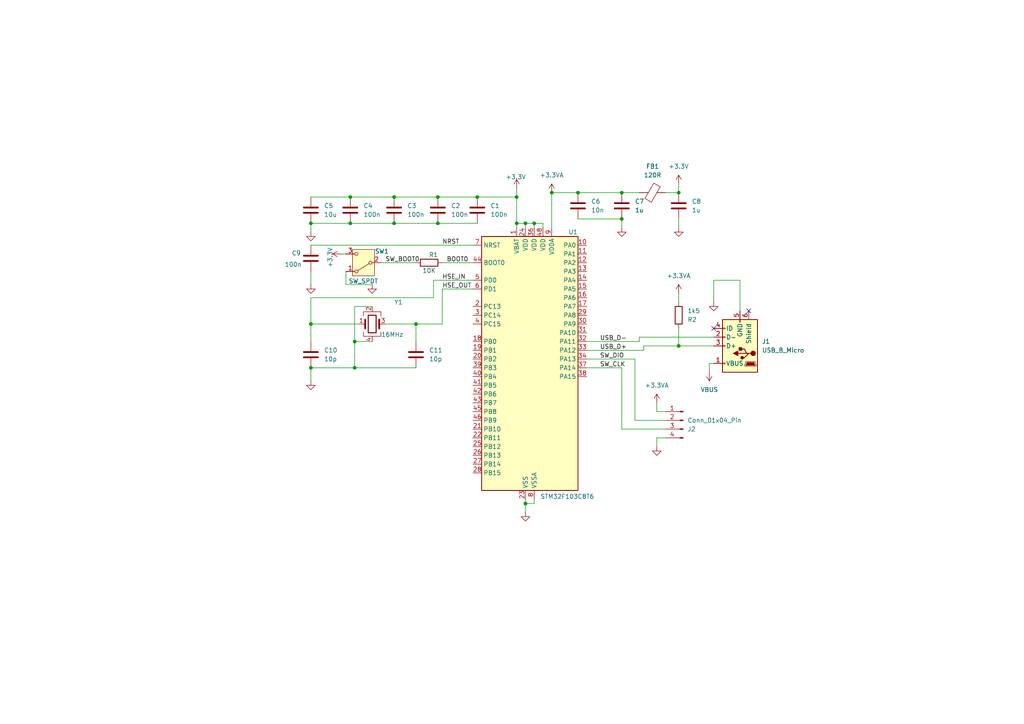
<source format=kicad_sch>
(kicad_sch (version 20231120) (generator "eeschema") (generator_version "8.0")
  (paper "A4")
  (lib_symbols
    (symbol "Connector:Conn_01x04_Pin" (pin_names (offset 1.016) hide)
      (property "Reference" "J" (at 0 5.08 0))
      (property "Value" "Conn_01x04_Pin" (at 0 -7.62 0))
      (symbol "Conn_01x04_Pin_1_1"
        (polyline (pts (xy 1.27 -5.08) (xy 0.8636 -5.08)) (stroke (width 0.1524)))
        (polyline (pts (xy 1.27 -2.54) (xy 0.8636 -2.54)) (stroke (width 0.1524)))
        (polyline (pts (xy 1.27 0) (xy 0.8636 0)) (stroke (width 0.1524)))
        (polyline (pts (xy 1.27 2.54) (xy 0.8636 2.54)) (stroke (width 0.1524)))
        (rectangle (start 0.8636 -4.953) (end 0 -5.207) (stroke (width 0.1524)) (fill (type outline)))
        (rectangle (start 0.8636 -2.413) (end 0 -2.667) (stroke (width 0.1524)) (fill (type outline)))
        (rectangle (start 0.8636 0.127) (end 0 -0.127) (stroke (width 0.1524)) (fill (type outline)))
        (rectangle (start 0.8636 2.667) (end 0 2.413) (stroke (width 0.1524)) (fill (type outline)))
        (pin passive line (at 5.08 2.54 180) (length 3.81) (name "Pin_1") (number "1"))
        (pin passive line (at 5.08 0 180) (length 3.81) (name "Pin_2") (number "2"))
        (pin passive line (at 5.08 -2.54 180) (length 3.81) (name "Pin_3") (number "3"))
        (pin passive line (at 5.08 -5.08 180) (length 3.81) (name "Pin_4") (number "4"))
      )
    )
    (symbol "Connector:USB_B_Micro" (pin_names (offset 1.016))
      (property "Reference" "J" (at -5.08 11.43 0))
      (property "Value" "USB_B_Micro" (at -5.08 8.89 0))
      (symbol "USB_B_Micro_0_1"
        (rectangle (start -5.08 -7.62) (end 5.08 7.62) (stroke (width 0.254)) (fill (type background)))
        (circle (center -3.81 2.159) (radius 0.635) (stroke (width 0.254)) (fill (type outline)))
        (circle (center -0.635 3.429) (radius 0.381) (stroke (width 0.254)) (fill (type outline)))
        (rectangle (start -0.127 -7.62) (end 0.127 -6.858))
        (polyline (pts (xy -1.905 2.159) (xy 0.635 2.159)) (stroke (width 0.254)))
        (polyline (pts (xy -3.175 2.159) (xy -2.54 2.159) (xy -1.27 3.429) (xy -0.635 3.429)) (stroke (width 0.254)))
        (polyline (pts (xy -2.54 2.159) (xy -1.905 2.159) (xy -1.27 0.889) (xy 0 0.889)) (stroke (width 0.254)))
        (polyline (pts (xy 0.635 2.794) (xy 0.635 1.524) (xy 1.905 2.159) (xy 0.635 2.794)) (stroke (width 0.254)) (fill (type outline)))
        (polyline (pts (xy -4.318 5.588) (xy -1.778 5.588) (xy -2.032 4.826) (xy -4.064 4.826) (xy -4.318 5.588)) (fill (type outline)))
        (polyline (pts (xy -4.699 5.842) (xy -4.699 5.588) (xy -4.445 4.826) (xy -4.445 4.572) (xy -1.651 4.572) (xy -1.651 4.826) (xy -1.397 5.588) (xy -1.397 5.842) (xy -4.699 5.842)))
        (rectangle (start 0.254 1.27) (end -0.508 0.508) (stroke (width 0.254)) (fill (type outline)))
        (rectangle (start 5.08 -5.207) (end 4.318 -4.953))
        (rectangle (start 5.08 -2.667) (end 4.318 -2.413))
        (rectangle (start 5.08 -0.127) (end 4.318 0.127))
        (rectangle (start 5.08 4.953) (end 4.318 5.207))
      )
      (symbol "USB_B_Micro_1_1"
        (pin power_out line (at 7.62 5.08 180) (length 2.54) (name "VBUS") (number "1"))
        (pin bidirectional line (at 7.62 -2.54 180) (length 2.54) (name "D-") (number "2"))
        (pin bidirectional line (at 7.62 0 180) (length 2.54) (name "D+") (number "3"))
        (pin passive line (at 7.62 -5.08 180) (length 2.54) (name "ID") (number "4"))
        (pin power_out line (at 0 -10.16 90) (length 2.54) (name "GND") (number "5"))
        (pin passive line (at -2.54 -10.16 90) (length 2.54) (name "Shield") (number "6"))
      )
    )
    (symbol "Device:C" (pin_numbers hide) (pin_names (offset 0.254))
      (property "Reference" "C" (at 0.635 2.54 0))
      (property "Value" "C" (at 0.635 -2.54 0))
      (symbol "C_0_1"
        (polyline (pts (xy -2.032 -0.762) (xy 2.032 -0.762)) (stroke (width 0.508)))
        (polyline (pts (xy -2.032 0.762) (xy 2.032 0.762)) (stroke (width 0.508)))
      )
      (symbol "C_1_1"
        (pin passive line (at 0 3.81 270) (length 2.794) (name "~") (number "1"))
        (pin passive line (at 0 -3.81 90) (length 2.794) (name "~") (number "2"))
      )
    )
    (symbol "Device:Crystal_GND24" (pin_names (offset 1.016) hide)
      (property "Reference" "Y" (at 3.175 5.08 0))
      (property "Value" "Crystal_GND24" (at 3.175 3.175 0))
      (symbol "Crystal_GND24_0_1"
        (rectangle (start -1.143 2.54) (end 1.143 -2.54) (stroke (width 0.3048)))
        (polyline (pts (xy -2.54 0) (xy -2.032 0)))
        (polyline (pts (xy -2.032 -1.27) (xy -2.032 1.27)) (stroke (width 0.508)))
        (polyline (pts (xy 0 -3.81) (xy 0 -3.556)))
        (polyline (pts (xy 0 3.556) (xy 0 3.81)))
        (polyline (pts (xy 2.032 -1.27) (xy 2.032 1.27)) (stroke (width 0.508)))
        (polyline (pts (xy 2.032 0) (xy 2.54 0)))
        (polyline (pts (xy -2.54 -2.286) (xy -2.54 -3.556) (xy 2.54 -3.556) (xy 2.54 -2.286)))
        (polyline (pts (xy -2.54 2.286) (xy -2.54 3.556) (xy 2.54 3.556) (xy 2.54 2.286)))
      )
      (symbol "Crystal_GND24_1_1"
        (pin passive line (at -3.81 0 0) (length 1.27) (name "1") (number "1"))
        (pin passive line (at 0 5.08 270) (length 1.27) (name "2") (number "2"))
        (pin passive line (at 3.81 0 180) (length 1.27) (name "3") (number "3"))
        (pin passive line (at 0 -5.08 90) (length 1.27) (name "4") (number "4"))
      )
    )
    (symbol "Device:FerriteBead" (pin_numbers hide) (pin_names (offset 0))
      (property "Reference" "FB" (at -3.81 0.635 90))
      (property "Value" "FerriteBead" (at 3.81 0 90))
      (symbol "FerriteBead_0_1"
        (polyline (pts (xy 0 -1.27) (xy 0 -1.2192)))
        (polyline (pts (xy 0 1.27) (xy 0 1.2954)))
        (polyline (pts (xy -2.7686 0.4064) (xy -1.7018 2.2606) (xy 2.7686 -0.3048) (xy 1.6764 -2.159) (xy -2.7686 0.4064)))
      )
      (symbol "FerriteBead_1_1"
        (pin passive line (at 0 3.81 270) (length 2.54) (name "~") (number "1"))
        (pin passive line (at 0 -3.81 90) (length 2.54) (name "~") (number "2"))
      )
    )
    (symbol "Device:R" (pin_numbers hide) (pin_names (offset 0))
      (property "Reference" "R" (at 2.032 0 90))
      (property "Value" "R" (at 0 0 90))
      (symbol "R_0_1"
        (rectangle (start -1.016 -2.54) (end 1.016 2.54) (stroke (width 0.254)))
      )
      (symbol "R_1_1"
        (pin passive line (at 0 3.81 270) (length 1.27) (name "~") (number "1"))
        (pin passive line (at 0 -3.81 90) (length 1.27) (name "~") (number "2"))
      )
    )
    (symbol "MCU_ST_STM32F1:STM32F103C8Tx"
      (property "Reference" "U" (at -12.7 39.37 0))
      (property "Value" "STM32F103C8Tx" (at 10.16 39.37 0))
      (symbol "STM32F103C8Tx_0_1"
        (rectangle (start -12.7 -35.56) (end 15.24 38.1) (stroke (width 0.254)) (fill (type background)))
      )
      (symbol "STM32F103C8Tx_1_1"
        (pin power_in line (at -2.54 40.64 270) (length 2.54) (name "VBAT") (number "1"))
        (pin bidirectional line (at 17.78 35.56 180) (length 2.54) (name "PA0") (number "10"))
        (pin bidirectional line (at 17.78 33.02 180) (length 2.54) (name "PA1") (number "11"))
        (pin bidirectional line (at 17.78 30.48 180) (length 2.54) (name "PA2") (number "12"))
        (pin bidirectional line (at 17.78 27.94 180) (length 2.54) (name "PA3") (number "13"))
        (pin bidirectional line (at 17.78 25.4 180) (length 2.54) (name "PA4") (number "14"))
        (pin bidirectional line (at 17.78 22.86 180) (length 2.54) (name "PA5") (number "15"))
        (pin bidirectional line (at 17.78 20.32 180) (length 2.54) (name "PA6") (number "16"))
        (pin bidirectional line (at 17.78 17.78 180) (length 2.54) (name "PA7") (number "17"))
        (pin bidirectional line (at -15.24 7.62 0) (length 2.54) (name "PB0") (number "18"))
        (pin bidirectional line (at -15.24 5.08 0) (length 2.54) (name "PB1") (number "19"))
        (pin bidirectional line (at -15.24 17.78 0) (length 2.54) (name "PC13") (number "2"))
        (pin bidirectional line (at -15.24 2.54 0) (length 2.54) (name "PB2") (number "20"))
        (pin bidirectional line (at -15.24 -17.78 0) (length 2.54) (name "PB10") (number "21"))
        (pin bidirectional line (at -15.24 -20.32 0) (length 2.54) (name "PB11") (number "22"))
        (pin power_in line (at 0 -38.1 90) (length 2.54) (name "VSS") (number "23"))
        (pin power_in line (at 0 40.64 270) (length 2.54) (name "VDD") (number "24"))
        (pin bidirectional line (at -15.24 -22.86 0) (length 2.54) (name "PB12") (number "25"))
        (pin bidirectional line (at -15.24 -25.4 0) (length 2.54) (name "PB13") (number "26"))
        (pin bidirectional line (at -15.24 -27.94 0) (length 2.54) (name "PB14") (number "27"))
        (pin bidirectional line (at -15.24 -30.48 0) (length 2.54) (name "PB15") (number "28"))
        (pin bidirectional line (at 17.78 15.24 180) (length 2.54) (name "PA8") (number "29"))
        (pin bidirectional line (at -15.24 15.24 0) (length 2.54) (name "PC14") (number "3"))
        (pin bidirectional line (at 17.78 12.7 180) (length 2.54) (name "PA9") (number "30"))
        (pin bidirectional line (at 17.78 10.16 180) (length 2.54) (name "PA10") (number "31"))
        (pin bidirectional line (at 17.78 7.62 180) (length 2.54) (name "PA11") (number "32"))
        (pin bidirectional line (at 17.78 5.08 180) (length 2.54) (name "PA12") (number "33"))
        (pin bidirectional line (at 17.78 2.54 180) (length 2.54) (name "PA13") (number "34"))
        (pin passive line (at 0 -38.1 90) (length 2.54) hide (name "VSS") (number "35"))
        (pin power_in line (at 2.54 40.64 270) (length 2.54) (name "VDD") (number "36"))
        (pin bidirectional line (at 17.78 0 180) (length 2.54) (name "PA14") (number "37"))
        (pin bidirectional line (at 17.78 -2.54 180) (length 2.54) (name "PA15") (number "38"))
        (pin bidirectional line (at -15.24 0 0) (length 2.54) (name "PB3") (number "39"))
        (pin bidirectional line (at -15.24 12.7 0) (length 2.54) (name "PC15") (number "4"))
        (pin bidirectional line (at -15.24 -2.54 0) (length 2.54) (name "PB4") (number "40"))
        (pin bidirectional line (at -15.24 -5.08 0) (length 2.54) (name "PB5") (number "41"))
        (pin bidirectional line (at -15.24 -7.62 0) (length 2.54) (name "PB6") (number "42"))
        (pin bidirectional line (at -15.24 -10.16 0) (length 2.54) (name "PB7") (number "43"))
        (pin input line (at -15.24 30.48 0) (length 2.54) (name "BOOT0") (number "44"))
        (pin bidirectional line (at -15.24 -12.7 0) (length 2.54) (name "PB8") (number "45"))
        (pin bidirectional line (at -15.24 -15.24 0) (length 2.54) (name "PB9") (number "46"))
        (pin passive line (at 0 -38.1 90) (length 2.54) hide (name "VSS") (number "47"))
        (pin power_in line (at 5.08 40.64 270) (length 2.54) (name "VDD") (number "48"))
        (pin bidirectional line (at -15.24 25.4 0) (length 2.54) (name "PD0") (number "5"))
        (pin bidirectional line (at -15.24 22.86 0) (length 2.54) (name "PD1") (number "6"))
        (pin input line (at -15.24 35.56 0) (length 2.54) (name "NRST") (number "7"))
        (pin power_in line (at 2.54 -38.1 90) (length 2.54) (name "VSSA") (number "8"))
        (pin power_in line (at 7.62 40.64 270) (length 2.54) (name "VDDA") (number "9"))
      )
    )
    (symbol "Switch:SW_SPDT" (pin_names (offset 0) hide)
      (property "Reference" "SW" (at 0 5.08 0))
      (property "Value" "SW_SPDT" (at 0 -5.08 0))
      (symbol "SW_SPDT_0_1"
        (circle (center -2.032 0) (radius 0.4572))
        (polyline (pts (xy -1.651 0.254) (xy 1.651 2.286)))
        (circle (center 2.032 -2.54) (radius 0.4572))
        (circle (center 2.032 2.54) (radius 0.4572))
      )
      (symbol "SW_SPDT_1_1"
        (rectangle (start -3.175 3.81) (end 3.175 -3.81) (fill (type background)))
        (pin passive line (at 5.08 2.54 180) (length 2.54) (name "A") (number "1"))
        (pin passive line (at -5.08 0 0) (length 2.54) (name "B") (number "2"))
        (pin passive line (at 5.08 -2.54 180) (length 2.54) (name "C") (number "3"))
      )
    )
    (symbol "power:+3.3V" (power) (pin_numbers hide) (pin_names (offset 0) hide)
      (property "Value" "+3.3V" (at 0 3.556 0))
      (symbol "+3.3V_0_1"
        (polyline (pts (xy -0.762 1.27) (xy 0 2.54)))
        (polyline (pts (xy 0 0) (xy 0 2.54)))
        (polyline (pts (xy 0 2.54) (xy 0.762 1.27)))
      )
      (symbol "+3.3V_1_1"
        (pin power_in line (at 0 0 90) (length 0) (name "~") (number "1"))
      )
    )
    (symbol "power:+3.3VA" (power) (pin_numbers hide) (pin_names (offset 0) hide)
      (property "Value" "+3.3VA" (at 0 3.556 0))
      (symbol "+3.3VA_0_1"
        (polyline (pts (xy -0.762 1.27) (xy 0 2.54)))
        (polyline (pts (xy 0 0) (xy 0 2.54)))
        (polyline (pts (xy 0 2.54) (xy 0.762 1.27)))
      )
      (symbol "+3.3VA_1_1"
        (pin power_in line (at 0 0 90) (length 0) (name "~") (number "1"))
      )
    )
    (symbol "power:GND" (power) (pin_numbers hide) (pin_names (offset 0) hide)
      (property "Value" "GND" (at 0 -3.81 0))
      (symbol "GND_0_1"
        (polyline (pts (xy 0 0) (xy 0 -1.27) (xy 1.27 -1.27) (xy 0 -2.54) (xy -1.27 -1.27) (xy 0 -1.27)))
      )
      (symbol "GND_1_1"
        (pin power_in line (at 0 0 270) (length 0) (name "~") (number "1"))
      )
    )
    (symbol "power:VBUS" (power) (pin_numbers hide) (pin_names (offset 0) hide)
      (property "Value" "VBUS" (at 0 3.556 0))
      (symbol "VBUS_0_1"
        (polyline (pts (xy -0.762 1.27) (xy 0 2.54)))
        (polyline (pts (xy 0 0) (xy 0 2.54)))
        (polyline (pts (xy 0 2.54) (xy 0.762 1.27)))
      )
      (symbol "VBUS_1_1"
        (pin power_in line (at 0 0 90) (length 0) (name "~") (number "1"))
      )
    )
  )
  (junction (at 90.17 106.68))
  (junction (at 90.17 93.98))
  (junction (at 149.86 57.15))
  (junction (at 152.4 64.77))
  (junction (at 138.43 57.15))
  (junction (at 114.3 64.77))
  (junction (at 101.6 57.15))
  (junction (at 127 64.77))
  (junction (at 90.17 64.77))
  (junction (at 180.34 63.5))
  (junction (at 154.94 64.77))
  (junction (at 196.85 100.33))
  (junction (at 101.6 64.77))
  (junction (at 152.4 146.05))
  (junction (at 180.34 55.88))
  (junction (at 167.64 55.88))
  (junction (at 196.85 55.88))
  (junction (at 127 57.15))
  (junction (at 160.02 55.88))
  (junction (at 102.87 106.68))
  (junction (at 102.87 99.06))
  (junction (at 149.86 64.77))
  (junction (at 114.3 57.15))
  (junction (at 120.65 93.98))
  (no_connect (at 207.01 95.25))
  (no_connect (at 217.17 90.17))
  (wire (pts (xy 170.18 99.06) (xy 185.42 99.06)))
  (wire (pts (xy 207.01 97.79) (xy 185.42 97.79)))
  (wire (pts (xy 152.4 144.78) (xy 152.4 146.05)))
  (wire (pts (xy 128.27 83.82) (xy 137.16 83.82)))
  (wire (pts (xy 127 57.15) (xy 138.43 57.15)))
  (wire (pts (xy 190.5 116.84) (xy 190.5 119.38)))
  (wire (pts (xy 90.17 78.74) (xy 90.17 82.55)))
  (wire (pts (xy 196.85 63.5) (xy 196.85 66.04)))
  (wire (pts (xy 114.3 57.15) (xy 127 57.15)))
  (wire (pts (xy 180.34 55.88) (xy 185.42 55.88)))
  (wire (pts (xy 167.64 55.88) (xy 180.34 55.88)))
  (wire (pts (xy 190.5 127) (xy 190.5 129.54)))
  (wire (pts (xy 110.49 76.2) (xy 120.65 76.2)))
  (wire (pts (xy 149.86 57.15) (xy 149.86 64.77)))
  (wire (pts (xy 149.86 64.77) (xy 152.4 64.77)))
  (wire (pts (xy 170.18 101.6) (xy 186.69 101.6)))
  (wire (pts (xy 90.17 106.68) (xy 102.87 106.68)))
  (wire (pts (xy 90.17 71.12) (xy 137.16 71.12)))
  (wire (pts (xy 90.17 64.77) (xy 101.6 64.77)))
  (wire (pts (xy 111.76 93.98) (xy 120.65 93.98)))
  (wire (pts (xy 101.6 57.15) (xy 114.3 57.15)))
  (wire (pts (xy 185.42 97.79) (xy 185.42 99.06)))
  (wire (pts (xy 100.33 78.74) (xy 100.33 82.55)))
  (wire (pts (xy 170.18 106.68) (xy 180.34 106.68)))
  (wire (pts (xy 193.04 55.88) (xy 196.85 55.88)))
  (wire (pts (xy 196.85 100.33) (xy 186.69 100.33)))
  (wire (pts (xy 180.34 63.5) (xy 180.34 66.04)))
  (wire (pts (xy 152.4 146.05) (xy 154.94 146.05)))
  (wire (pts (xy 120.65 93.98) (xy 120.65 99.06)))
  (wire (pts (xy 99.06 73.66) (xy 100.33 73.66)))
  (wire (pts (xy 90.17 86.36) (xy 125.73 86.36)))
  (wire (pts (xy 138.43 57.15) (xy 149.86 57.15)))
  (wire (pts (xy 102.87 88.9) (xy 102.87 99.06)))
  (wire (pts (xy 102.87 99.06) (xy 107.95 99.06)))
  (wire (pts (xy 190.5 119.38) (xy 193.04 119.38)))
  (wire (pts (xy 102.87 99.06) (xy 102.87 106.68)))
  (wire (pts (xy 90.17 93.98) (xy 90.17 99.06)))
  (wire (pts (xy 207.01 100.33) (xy 196.85 100.33)))
  (wire (pts (xy 149.86 64.77) (xy 149.86 66.04)))
  (wire (pts (xy 193.04 124.46) (xy 180.34 124.46)))
  (wire (pts (xy 152.4 146.05) (xy 152.4 148.59)))
  (wire (pts (xy 196.85 85.09) (xy 196.85 87.63)))
  (wire (pts (xy 128.27 93.98) (xy 128.27 83.82)))
  (wire (pts (xy 101.6 64.77) (xy 114.3 64.77)))
  (wire (pts (xy 90.17 93.98) (xy 90.17 86.36)))
  (wire (pts (xy 184.15 104.14) (xy 170.18 104.14)))
  (wire (pts (xy 120.65 93.98) (xy 128.27 93.98)))
  (wire (pts (xy 157.48 64.77) (xy 157.48 66.04)))
  (wire (pts (xy 184.15 121.92) (xy 193.04 121.92)))
  (wire (pts (xy 154.94 64.77) (xy 154.94 66.04)))
  (wire (pts (xy 160.02 55.88) (xy 167.64 55.88)))
  (wire (pts (xy 154.94 144.78) (xy 154.94 146.05)))
  (wire (pts (xy 196.85 53.34) (xy 196.85 55.88)))
  (wire (pts (xy 152.4 64.77) (xy 152.4 66.04)))
  (wire (pts (xy 125.73 86.36) (xy 125.73 81.28)))
  (wire (pts (xy 102.87 106.68) (xy 120.65 106.68)))
  (wire (pts (xy 90.17 57.15) (xy 101.6 57.15)))
  (wire (pts (xy 100.33 82.55) (xy 107.95 82.55)))
  (wire (pts (xy 104.14 93.98) (xy 90.17 93.98)))
  (wire (pts (xy 90.17 106.68) (xy 90.17 110.49)))
  (wire (pts (xy 193.04 127) (xy 190.5 127)))
  (wire (pts (xy 90.17 64.77) (xy 90.17 67.31)))
  (wire (pts (xy 127 64.77) (xy 138.43 64.77)))
  (wire (pts (xy 167.64 63.5) (xy 180.34 63.5)))
  (wire (pts (xy 128.27 76.2) (xy 137.16 76.2)))
  (wire (pts (xy 214.63 81.28) (xy 207.01 81.28)))
  (wire (pts (xy 186.69 100.33) (xy 186.69 101.6)))
  (wire (pts (xy 214.63 90.17) (xy 214.63 81.28)))
  (wire (pts (xy 160.02 55.88) (xy 160.02 66.04)))
  (wire (pts (xy 205.74 107.95) (xy 205.74 105.41)))
  (wire (pts (xy 107.95 88.9) (xy 102.87 88.9)))
  (wire (pts (xy 180.34 124.46) (xy 180.34 106.68)))
  (wire (pts (xy 205.74 105.41) (xy 207.01 105.41)))
  (wire (pts (xy 154.94 64.77) (xy 157.48 64.77)))
  (wire (pts (xy 114.3 64.77) (xy 127 64.77)))
  (wire (pts (xy 149.86 54.61) (xy 149.86 57.15)))
  (wire (pts (xy 152.4 64.77) (xy 154.94 64.77)))
  (wire (pts (xy 184.15 121.92) (xy 184.15 104.14)))
  (wire (pts (xy 207.01 81.28) (xy 207.01 87.63)))
  (wire (pts (xy 196.85 95.25) (xy 196.85 100.33)))
  (wire (pts (xy 125.73 81.28) (xy 137.16 81.28)))
  (label "HSE_OUT" (at 128.27 83.82 0))
  (label "NRST" (at 128.27 71.12 0))
  (label "USB_D+" (at 173.99 101.6 0))
  (label "BOOT0" (at 129.54 76.2 0))
  (label "USB_D-" (at 173.99 99.06 0))
  (label "SW_BOOT0" (at 111.76 76.2 0))
  (label "SW_CLK" (at 173.99 106.68 0))
  (label "SW_DIO" (at 173.99 104.14 0))
  (label "HSE_IN" (at 128.27 81.28 0))
  (symbol (lib_id "Device:C") (at 101.6 60.96 0) (unit 1)
    (property "Reference" "C4" (at 105.41 59.6899 0) (effects (justify left)))
    (property "Value" "100n" (at 105.41 62.2299 0) (effects (justify left)))
    (property "Description" "Unpolarized capacitor" (effects (hide yes)))
  )
  (symbol (lib_id "power:GND") (at 180.34 66.04 0) (unit 1)
    (property "Reference" "#PWR05" (effects (hide yes)))
    (property "Value" "GND" (effects (hide yes)))
    (property "Description" "Power symbol creates a global label with name \"GND\" , ground" (effects (hide yes)))
  )
  (symbol (lib_id "Device:Crystal_GND24") (at 107.95 93.98 0) (unit 1)
    (property "Reference" "Y1" (at 115.57 87.6614 0))
    (property "Value" "16MHz" (at 113.792 97.028 0))
    (property "Description" "Four pin crystal, GND on pins 2 and 4" (effects (hide yes)))
  )
  (symbol (lib_id "power:VBUS") (at 205.74 107.95 180) (unit 1)
    (property "Reference" "#PWR013" (effects (hide yes)))
    (property "Value" "VBUS" (at 205.74 113.03 0))
    (property "Description" "Power symbol creates a global label with name \"VBUS\"" (effects (hide yes)))
  )
  (symbol (lib_id "Device:C") (at 114.3 60.96 0) (unit 1)
    (property "Reference" "C3" (at 118.11 59.6899 0) (effects (justify left)))
    (property "Value" "100n" (at 118.11 62.2299 0) (effects (justify left)))
    (property "Description" "Unpolarized capacitor" (effects (hide yes)))
  )
  (symbol (lib_id "Device:C") (at 196.85 59.69 0) (unit 1)
    (property "Reference" "C8" (at 200.66 58.4199 0) (effects (justify left)))
    (property "Value" "1u" (at 200.66 60.9599 0) (effects (justify left)))
    (property "Description" "Unpolarized capacitor" (effects (hide yes)))
  )
  (symbol (lib_id "power:GND") (at 90.17 67.31 0) (unit 1)
    (property "Reference" "#PWR03" (effects (hide yes)))
    (property "Value" "GND" (effects (hide yes)))
    (property "Description" "Power symbol creates a global label with name \"GND\" , ground" (effects (hide yes)))
  )
  (symbol (lib_id "power:GND") (at 90.17 82.55 0) (unit 1)
    (property "Reference" "#PWR08" (effects (hide yes)))
    (property "Value" "GND" (effects (hide yes)))
    (property "Description" "Power symbol creates a global label with name \"GND\" , ground" (effects (hide yes)))
  )
  (symbol (lib_id "Device:FerriteBead") (at 189.23 55.88 270) (unit 1)
    (property "Reference" "FB1" (at 189.2808 48.26 90))
    (property "Value" "120R" (at 189.2808 50.8 90))
    (property "Description" "Ferrite bead" (effects (hide yes)))
  )
  (symbol (lib_id "Device:C") (at 120.65 102.87 0) (unit 1)
    (property "Reference" "C11" (at 124.46 101.5999 0) (effects (justify left)))
    (property "Value" "10p" (at 124.46 104.1399 0) (effects (justify left)))
    (property "Description" "Unpolarized capacitor" (effects (hide yes)))
  )
  (symbol (lib_id "power:+3.3VA") (at 196.85 85.09 0) (unit 1)
    (property "Reference" "#PWR014" (effects (hide yes)))
    (property "Value" "+3.3VA" (at 196.85 80.01 0))
    (property "Description" "Power symbol creates a global label with name \"+3.3VA\"" (effects (hide yes)))
  )
  (symbol (lib_id "power:+3.3VA") (at 160.02 55.88 0) (unit 1)
    (property "Reference" "#PWR04" (effects (hide yes)))
    (property "Value" "+3.3VA" (at 160.02 50.8 0))
    (property "Description" "Power symbol creates a global label with name \"+3.3VA\"" (effects (hide yes)))
  )
  (symbol (lib_id "Device:C") (at 90.17 74.93 0) (unit 1)
    (property "Reference" "C9" (at 84.582 73.406 0) (effects (justify left)))
    (property "Value" "100n" (at 82.55 76.708 0) (effects (justify left)))
    (property "Description" "Unpolarized capacitor" (effects (hide yes)))
  )
  (symbol (lib_id "MCU_ST_STM32F1:STM32F103C8Tx") (at 152.4 106.68 0) (unit 1)
    (property "Reference" "U1" (at 164.846 67.31 0) (effects (justify left)))
    (property "Value" "STM32F103C8T6" (at 156.718 144.018 0) (effects (justify left)))
    (property "Footprint" "Package_QFP:LQFP-48_7x7mm_P0.5mm" (effects (hide yes)))
    (property "Datasheet" "https://www.st.com/resource/en/datasheet/stm32f103c8.pdf" (effects (hide yes)))
    (property "Description" "STMicroelectronics Arm Cortex-M3 MCU, 64KB flash, 20KB RAM, 72 MHz, 2.0-3.6V, 37 GPIO, LQFP48" (effects (hide yes)))
  )
  (symbol (lib_id "Switch:SW_SPDT") (at 105.41 76.2 180) (unit 1)
    (property "Reference" "SW1" (at 110.744 72.898 0))
    (property "Value" "SW_SPDT" (at 105.41 81.534 0))
    (property "Description" "Switch, single pole double throw" (effects (hide yes)))
  )
  (symbol (lib_id "Device:C") (at 138.43 60.96 0) (unit 1)
    (property "Reference" "C1" (at 142.24 59.6899 0) (effects (justify left)))
    (property "Value" "100n" (at 142.24 62.2299 0) (effects (justify left)))
    (property "Description" "Unpolarized capacitor" (effects (hide yes)))
  )
  (symbol (lib_id "power:GND") (at 152.4 148.59 0) (unit 1)
    (property "Reference" "#PWR01" (effects (hide yes)))
    (property "Value" "GND" (effects (hide yes)))
    (property "Description" "Power symbol creates a global label with name \"GND\" , ground" (effects (hide yes)))
  )
  (symbol (lib_id "power:GND") (at 190.5 129.54 0) (unit 1)
    (property "Reference" "#PWR015" (effects (hide yes)))
    (property "Value" "GND" (effects (hide yes)))
    (property "Description" "Power symbol creates a global label with name \"GND\" , ground" (effects (hide yes)))
  )
  (symbol (lib_id "Device:C") (at 180.34 59.69 0) (unit 1)
    (property "Reference" "C7" (at 184.15 58.4199 0) (effects (justify left)))
    (property "Value" "1u" (at 184.15 60.9599 0) (effects (justify left)))
    (property "Description" "Unpolarized capacitor" (effects (hide yes)))
  )
  (symbol (lib_id "Device:C") (at 90.17 60.96 0) (unit 1)
    (property "Reference" "C5" (at 93.98 59.6899 0) (effects (justify left)))
    (property "Value" "10u" (at 93.98 62.2299 0) (effects (justify left)))
    (property "Description" "Unpolarized capacitor" (effects (hide yes)))
  )
  (symbol (lib_id "Device:C") (at 127 60.96 0) (unit 1)
    (property "Reference" "C2" (at 130.81 59.6899 0) (effects (justify left)))
    (property "Value" "100n" (at 130.81 62.2299 0) (effects (justify left)))
    (property "Description" "Unpolarized capacitor" (effects (hide yes)))
  )
  (symbol (lib_id "Device:R") (at 196.85 91.44 0) (mirror x) (unit 1)
    (property "Reference" "R2" (at 199.39 92.7101 0) (effects (justify left)))
    (property "Value" "1k5" (at 199.39 90.1701 0) (effects (justify left)))
    (property "Description" "Resistor" (effects (hide yes)))
  )
  (symbol (lib_id "power:GND") (at 196.85 66.04 0) (unit 1)
    (property "Reference" "#PWR07" (effects (hide yes)))
    (property "Value" "GND" (effects (hide yes)))
    (property "Description" "Power symbol creates a global label with name \"GND\" , ground" (effects (hide yes)))
  )
  (symbol (lib_id "power:GND") (at 207.01 87.63 0) (unit 1)
    (property "Reference" "#PWR012" (effects (hide yes)))
    (property "Value" "GND" (effects (hide yes)))
    (property "Description" "Power symbol creates a global label with name \"GND\" , ground" (effects (hide yes)))
  )
  (symbol (lib_id "power:+3.3VA") (at 190.5 116.84 0) (unit 1)
    (property "Reference" "#PWR016" (effects (hide yes)))
    (property "Value" "+3.3VA" (at 190.5 111.76 0))
    (property "Description" "Power symbol creates a global label with name \"+3.3VA\"" (effects (hide yes)))
  )
  (symbol (lib_id "power:GND") (at 90.17 110.49 0) (unit 1)
    (property "Reference" "#PWR011" (effects (hide yes)))
    (property "Value" "GND" (effects (hide yes)))
    (property "Description" "Power symbol creates a global label with name \"GND\" , ground" (effects (hide yes)))
  )
  (symbol (lib_id "Device:R") (at 124.46 76.2 90) (unit 1)
    (property "Reference" "R1" (at 125.73 73.914 90))
    (property "Value" "10K" (at 124.46 78.486 90))
    (property "Description" "Resistor" (effects (hide yes)))
  )
  (symbol (lib_id "power:GND") (at 107.95 82.55 0) (unit 1)
    (property "Reference" "#PWR09" (effects (hide yes)))
    (property "Value" "GND" (effects (hide yes)))
    (property "Description" "Power symbol creates a global label with name \"GND\" , ground" (effects (hide yes)))
  )
  (symbol (lib_id "Connector:Conn_01x04_Pin") (at 198.12 121.92 0) (mirror y) (unit 1)
    (property "Reference" "J2" (at 199.39 124.4601 0) (effects (justify right)))
    (property "Value" "Conn_01x04_Pin" (at 199.39 121.9201 0) (effects (justify right)))
    (property "Description" "Generic connector, single row, 01x04, script generated" (effects (hide yes)))
  )
  (symbol (lib_id "Connector:USB_B_Micro") (at 214.63 100.33 180) (unit 1)
    (property "Reference" "J1" (at 220.98 99.0599 0) (effects (justify right)))
    (property "Value" "USB_B_Micro" (at 220.98 101.5999 0) (effects (justify right)))
    (property "Description" "USB Micro Type B connector" (effects (hide yes)))
  )
  (symbol (lib_id "Device:C") (at 167.64 59.69 0) (unit 1)
    (property "Reference" "C6" (at 171.45 58.4199 0) (effects (justify left)))
    (property "Value" "10n" (at 171.45 60.9599 0) (effects (justify left)))
    (property "Description" "Unpolarized capacitor" (effects (hide yes)))
  )
  (symbol (lib_id "power:+3.3V") (at 196.85 53.34 0) (unit 1)
    (property "Reference" "#PWR06" (effects (hide yes)))
    (property "Value" "+3.3V" (at 196.85 48.26 0))
    (property "Description" "Power symbol creates a global label with name \"+3.3V\"" (effects (hide yes)))
  )
  (symbol (lib_id "power:+3.3V") (at 99.06 73.66 90) (unit 1)
    (property "Reference" "#PWR010" (effects (hide yes)))
    (property "Value" "+3.3V" (at 95.758 74.676 0))
    (property "Description" "Power symbol creates a global label with name \"+3.3V\"" (effects (hide yes)))
  )
  (symbol (lib_id "Device:C") (at 90.17 102.87 0) (unit 1)
    (property "Reference" "C10" (at 93.98 101.5999 0) (effects (justify left)))
    (property "Value" "10p" (at 93.98 104.1399 0) (effects (justify left)))
    (property "Description" "Unpolarized capacitor" (effects (hide yes)))
  )
  (symbol (lib_id "power:+3.3V") (at 149.86 54.61 0) (unit 1)
    (property "Reference" "#PWR02" (effects (hide yes)))
    (property "Value" "+3.3V" (at 149.606 51.308 0))
    (property "Description" "Power symbol creates a global label with name \"+3.3V\"" (effects (hide yes)))
  )
)
</source>
